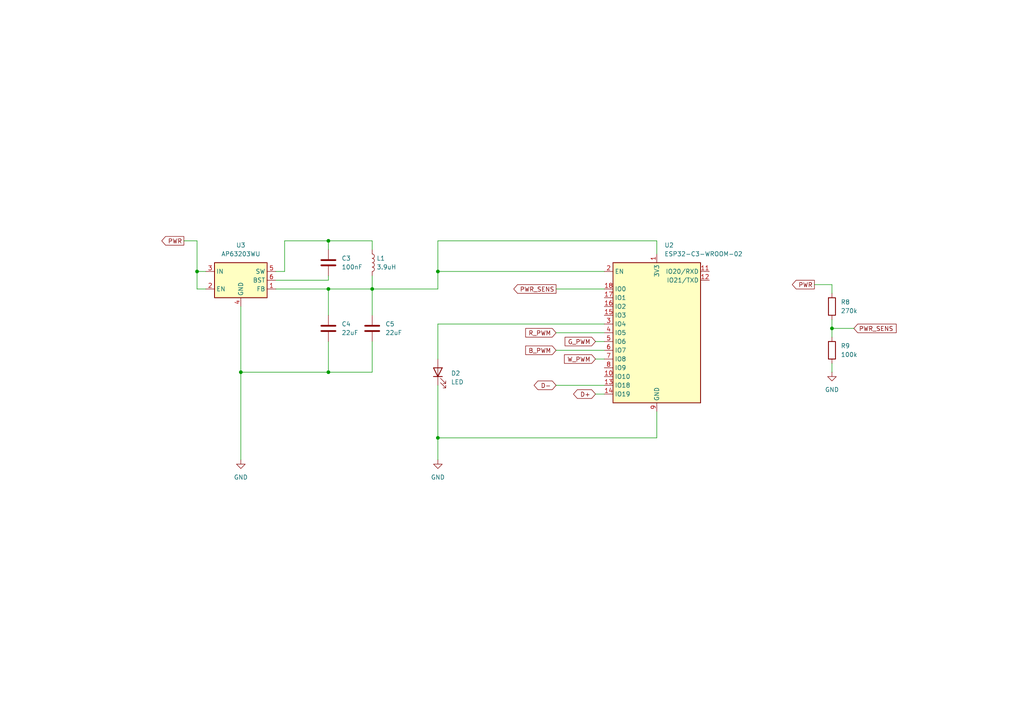
<source format=kicad_sch>
(kicad_sch (version 20231120) (generator "eeschema") (generator_version "8.0")
  (paper "A4")
  (lib_symbols
    (symbol "Device:C" (pin_numbers hide) (pin_names (offset 0.254))
      (property "Reference" "C" (at 0.635 2.54 0))
      (property "Value" "C" (at 0.635 -2.54 0))
      (symbol "C_0_1"
        (polyline (pts (xy -2.032 -0.762) (xy 2.032 -0.762)) (stroke (width 0.508)))
        (polyline (pts (xy -2.032 0.762) (xy 2.032 0.762)) (stroke (width 0.508)))
      )
      (symbol "C_1_1"
        (pin passive line (at 0 3.81 270) (length 2.794) (name "~") (number "1"))
        (pin passive line (at 0 -3.81 90) (length 2.794) (name "~") (number "2"))
      )
    )
    (symbol "Device:L" (pin_numbers hide) (pin_names (offset 1.016) hide)
      (property "Reference" "L" (at -1.27 0 90))
      (property "Value" "L" (at 1.905 0 90))
      (symbol "L_0_1"
        (arc (start 0 -2.54) (mid 0.6323 -1.905) (end 0 -1.27))
        (arc (start 0 -1.27) (mid 0.6323 -0.635) (end 0 0))
        (arc (start 0 0) (mid 0.6323 0.635) (end 0 1.27))
        (arc (start 0 1.27) (mid 0.6323 1.905) (end 0 2.54))
      )
      (symbol "L_1_1"
        (pin passive line (at 0 3.81 270) (length 1.27) (name "1") (number "1"))
        (pin passive line (at 0 -3.81 90) (length 1.27) (name "2") (number "2"))
      )
    )
    (symbol "Device:LED" (pin_numbers hide) (pin_names (offset 1.016) hide)
      (property "Reference" "D" (at 0 2.54 0))
      (property "Value" "LED" (at 0 -2.54 0))
      (symbol "LED_0_1"
        (polyline (pts (xy -1.27 -1.27) (xy -1.27 1.27)) (stroke (width 0.254)))
        (polyline (pts (xy -1.27 0) (xy 1.27 0)))
        (polyline (pts (xy 1.27 -1.27) (xy 1.27 1.27) (xy -1.27 0) (xy 1.27 -1.27)) (stroke (width 0.254)))
        (polyline (pts (xy -3.048 -0.762) (xy -4.572 -2.286) (xy -3.81 -2.286) (xy -4.572 -2.286) (xy -4.572 -1.524)))
        (polyline (pts (xy -1.778 -0.762) (xy -3.302 -2.286) (xy -2.54 -2.286) (xy -3.302 -2.286) (xy -3.302 -1.524)))
      )
      (symbol "LED_1_1"
        (pin passive line (at -3.81 0 0) (length 2.54) (name "K") (number "1"))
        (pin passive line (at 3.81 0 180) (length 2.54) (name "A") (number "2"))
      )
    )
    (symbol "Device:R" (pin_numbers hide) (pin_names (offset 0))
      (property "Reference" "R" (at 2.032 0 90))
      (property "Value" "R" (at 0 0 90))
      (symbol "R_0_1"
        (rectangle (start -1.016 -2.54) (end 1.016 2.54) (stroke (width 0.254)))
      )
      (symbol "R_1_1"
        (pin passive line (at 0 3.81 270) (length 1.27) (name "~") (number "1"))
        (pin passive line (at 0 -3.81 90) (length 1.27) (name "~") (number "2"))
      )
    )
    (symbol "RF_Module:ESP32-C3-WROOM-02"
      (property "Reference" "U" (at -12.192 21.336 0))
      (property "Value" "ESP32-C3-WROOM-02" (at 12.192 21.336 0))
      (symbol "ESP32-C3-WROOM-02_1_1"
        (rectangle (start -12.7 20.32) (end 12.7 -20.32) (stroke (width 0.254)) (fill (type background)))
        (pin power_in line (at 0 22.86 270) (length 2.54) (name "3V3") (number "1"))
        (pin bidirectional line (at -15.24 -12.7 0) (length 2.54) (name "IO10") (number "10"))
        (pin bidirectional line (at 15.24 17.78 180) (length 2.54) (name "IO20/RXD") (number "11"))
        (pin bidirectional line (at 15.24 15.24 180) (length 2.54) (name "IO21/TXD") (number "12"))
        (pin bidirectional line (at -15.24 -15.24 0) (length 2.54) (name "IO18") (number "13"))
        (pin bidirectional line (at -15.24 -17.78 0) (length 2.54) (name "IO19") (number "14"))
        (pin bidirectional line (at -15.24 5.08 0) (length 2.54) (name "IO3") (number "15"))
        (pin bidirectional line (at -15.24 7.62 0) (length 2.54) (name "IO2") (number "16"))
        (pin bidirectional line (at -15.24 10.16 0) (length 2.54) (name "IO1") (number "17"))
        (pin bidirectional line (at -15.24 12.7 0) (length 2.54) (name "IO0") (number "18"))
        (pin passive line (at 0 -22.86 90) (length 2.54) hide (name "GND") (number "19"))
        (pin input line (at -15.24 17.78 0) (length 2.54) (name "EN") (number "2"))
        (pin bidirectional line (at -15.24 2.54 0) (length 2.54) (name "IO4") (number "3"))
        (pin bidirectional line (at -15.24 0 0) (length 2.54) (name "IO5") (number "4"))
        (pin bidirectional line (at -15.24 -2.54 0) (length 2.54) (name "IO6") (number "5"))
        (pin bidirectional line (at -15.24 -5.08 0) (length 2.54) (name "IO7") (number "6"))
        (pin bidirectional line (at -15.24 -7.62 0) (length 2.54) (name "IO8") (number "7"))
        (pin bidirectional line (at -15.24 -10.16 0) (length 2.54) (name "IO9") (number "8"))
        (pin power_in line (at 0 -22.86 90) (length 2.54) (name "GND") (number "9"))
      )
    )
    (symbol "Regulator_Switching:AP63203WU"
      (property "Reference" "U" (at -7.62 6.35 0))
      (property "Value" "AP63203WU" (at 2.54 6.35 0))
      (symbol "AP63203WU_0_1"
        (rectangle (start -7.62 5.08) (end 7.62 -5.08) (stroke (width 0.254)) (fill (type background)))
      )
      (symbol "AP63203WU_1_1"
        (pin input line (at 10.16 -2.54 180) (length 2.54) (name "FB") (number "1"))
        (pin input line (at -10.16 -2.54 0) (length 2.54) (name "EN") (number "2"))
        (pin power_in line (at -10.16 2.54 0) (length 2.54) (name "IN") (number "3"))
        (pin power_in line (at 0 -7.62 90) (length 2.54) (name "GND") (number "4"))
        (pin output line (at 10.16 2.54 180) (length 2.54) (name "SW") (number "5"))
        (pin passive line (at 10.16 0 180) (length 2.54) (name "BST") (number "6"))
      )
    )
    (symbol "power:GND" (power) (pin_numbers hide) (pin_names (offset 0) hide)
      (property "Value" "GND" (at 0 -3.81 0))
      (symbol "GND_0_1"
        (polyline (pts (xy 0 0) (xy 0 -1.27) (xy 1.27 -1.27) (xy 0 -2.54) (xy -1.27 -1.27) (xy 0 -1.27)))
      )
      (symbol "GND_1_1"
        (pin power_in line (at 0 0 270) (length 0) (name "~") (number "1"))
      )
    )
  )
  (junction (at 95.25 107.95))
  (junction (at 127 78.74))
  (junction (at 107.95 83.82))
  (junction (at 95.25 69.85))
  (junction (at 95.25 83.82))
  (junction (at 127 127))
  (junction (at 241.3 95.25))
  (junction (at 69.85 107.95))
  (junction (at 57.15 78.74))
  (wire (pts (xy 59.69 78.74) (xy 57.15 78.74)))
  (wire (pts (xy 69.85 88.9) (xy 69.85 107.95)))
  (wire (pts (xy 95.25 81.28) (xy 95.25 80.01)))
  (wire (pts (xy 95.25 83.82) (xy 95.25 91.44)))
  (wire (pts (xy 175.26 93.98) (xy 127 93.98)))
  (wire (pts (xy 127 127) (xy 190.5 127)))
  (wire (pts (xy 107.95 99.06) (xy 107.95 107.95)))
  (wire (pts (xy 95.25 107.95) (xy 69.85 107.95)))
  (wire (pts (xy 53.34 69.85) (xy 57.15 69.85)))
  (wire (pts (xy 95.25 83.82) (xy 107.95 83.82)))
  (wire (pts (xy 107.95 69.85) (xy 107.95 72.39)))
  (wire (pts (xy 127 78.74) (xy 175.26 78.74)))
  (wire (pts (xy 161.29 96.52) (xy 175.26 96.52)))
  (wire (pts (xy 127 78.74) (xy 127 83.82)))
  (wire (pts (xy 57.15 83.82) (xy 57.15 78.74)))
  (wire (pts (xy 241.3 95.25) (xy 241.3 97.79)))
  (wire (pts (xy 190.5 73.66) (xy 190.5 69.85)))
  (wire (pts (xy 82.55 78.74) (xy 80.01 78.74)))
  (wire (pts (xy 127 83.82) (xy 107.95 83.82)))
  (wire (pts (xy 57.15 78.74) (xy 57.15 69.85)))
  (wire (pts (xy 69.85 107.95) (xy 69.85 133.35)))
  (wire (pts (xy 107.95 83.82) (xy 107.95 91.44)))
  (wire (pts (xy 95.25 69.85) (xy 95.25 72.39)))
  (wire (pts (xy 161.29 101.6) (xy 175.26 101.6)))
  (wire (pts (xy 127 127) (xy 127 133.35)))
  (wire (pts (xy 82.55 69.85) (xy 95.25 69.85)))
  (wire (pts (xy 107.95 107.95) (xy 95.25 107.95)))
  (wire (pts (xy 172.72 104.14) (xy 175.26 104.14)))
  (wire (pts (xy 127 69.85) (xy 127 78.74)))
  (wire (pts (xy 190.5 69.85) (xy 127 69.85)))
  (wire (pts (xy 80.01 81.28) (xy 95.25 81.28)))
  (wire (pts (xy 59.69 83.82) (xy 57.15 83.82)))
  (wire (pts (xy 107.95 80.01) (xy 107.95 83.82)))
  (wire (pts (xy 241.3 95.25) (xy 247.65 95.25)))
  (wire (pts (xy 241.3 105.41) (xy 241.3 107.95)))
  (wire (pts (xy 161.29 83.82) (xy 175.26 83.82)))
  (wire (pts (xy 161.29 111.76) (xy 175.26 111.76)))
  (wire (pts (xy 127 111.76) (xy 127 127)))
  (wire (pts (xy 80.01 83.82) (xy 95.25 83.82)))
  (wire (pts (xy 190.5 119.38) (xy 190.5 127)))
  (wire (pts (xy 241.3 92.71) (xy 241.3 95.25)))
  (wire (pts (xy 241.3 82.55) (xy 241.3 85.09)))
  (wire (pts (xy 95.25 99.06) (xy 95.25 107.95)))
  (wire (pts (xy 172.72 99.06) (xy 175.26 99.06)))
  (wire (pts (xy 172.72 114.3) (xy 175.26 114.3)))
  (wire (pts (xy 127 93.98) (xy 127 104.14)))
  (wire (pts (xy 236.22 82.55) (xy 241.3 82.55)))
  (wire (pts (xy 95.25 69.85) (xy 107.95 69.85)))
  (wire (pts (xy 82.55 69.85) (xy 82.55 78.74)))
  (global_label "W_PWM" (shape input) (at 172.72 104.14 180) (property "Intersheetrefs" "${INTERSHEET_REFS}" (effects (hide yes))))
  (global_label "D-" (shape bidirectional) (at 161.29 111.76 180) (property "Intersheetrefs" "${INTERSHEET_REFS}" (effects (hide yes))))
  (global_label "R_PWM" (shape input) (at 161.29 96.52 180) (property "Intersheetrefs" "${INTERSHEET_REFS}" (effects (hide yes))))
  (global_label "PWR" (shape output) (at 53.34 69.85 180) (property "Intersheetrefs" "${INTERSHEET_REFS}" (effects (hide yes))))
  (global_label "G_PWM" (shape input) (at 172.72 99.06 180) (property "Intersheetrefs" "${INTERSHEET_REFS}" (effects (hide yes))))
  (global_label "PWR_SENS" (shape output) (at 161.29 83.82 180) (property "Intersheetrefs" "${INTERSHEET_REFS}" (effects (hide yes))))
  (global_label "B_PWM" (shape input) (at 161.29 101.6 180) (property "Intersheetrefs" "${INTERSHEET_REFS}" (effects (hide yes))))
  (global_label "PWR_SENS" (shape input) (at 247.65 95.25 0) (property "Intersheetrefs" "${INTERSHEET_REFS}" (effects (hide yes))))
  (global_label "D+" (shape bidirectional) (at 172.72 114.3 180) (property "Intersheetrefs" "${INTERSHEET_REFS}" (effects (hide yes))))
  (global_label "PWR" (shape output) (at 236.22 82.55 180) (property "Intersheetrefs" "${INTERSHEET_REFS}" (effects (hide yes))))
  (symbol (lib_id "Device:C") (at 95.25 76.2 0) (unit 1)
    (property "Reference" "C3" (at 99.06 74.9299 0) (effects (justify left)))
    (property "Value" "100nF" (at 99.06 77.4699 0) (effects (justify left)))
    (property "Description" "Unpolarized capacitor" (effects (hide yes)))
  )
  (symbol (lib_id "power:GND") (at 241.3 107.95 0) (unit 1)
    (property "Reference" "#PWR06" (effects (hide yes)))
    (property "Value" "GND" (at 241.3 113.03 0))
    (property "Description" "Power symbol creates a global label with name \"GND\" , ground" (effects (hide yes)))
  )
  (symbol (lib_id "Device:R") (at 241.3 101.6 0) (unit 1)
    (property "Reference" "R9" (at 243.84 100.3299 0) (effects (justify left)))
    (property "Value" "100k" (at 243.84 102.8699 0) (effects (justify left)))
    (property "Footprint" "Resistor_SMD:R_0402_1005Metric" (effects (hide yes)))
    (property "Description" "Resistor" (effects (hide yes)))
    (property "MPN" "CRCW0402100KFKED " (effects (hide yes)))
  )
  (symbol (lib_id "RF_Module:ESP32-C3-WROOM-02") (at 190.5 96.52 0) (unit 1)
    (property "Reference" "U2" (at 192.6941 71.12 0) (effects (justify left)))
    (property "Value" "ESP32-C3-WROOM-02" (at 192.6941 73.66 0) (effects (justify left)))
    (property "Footprint" "RF_Module:ESP32-C3-WROOM-02" (effects (hide yes)))
    (property "Datasheet" "https://www.espressif.com/sites/default/files/documentation/esp32-c3-wroom-02_datasheet_en.pdf" (effects (hide yes)))
    (property "Description" "802.11 b/g/n Wi­Fi and Bluetooth 5 module, ESP32­C3 SoC, RISC­V microprocessor, On-board antenna" (effects (hide yes)))
  )
  (symbol (lib_id "Regulator_Switching:AP63203WU") (at 69.85 81.28 0) (unit 1)
    (property "Reference" "U3" (at 69.85 71.12 0))
    (property "Value" "AP63203WU" (at 69.85 73.66 0))
    (property "Footprint" "Package_TO_SOT_SMD:TSOT-23-6" (effects (hide yes)))
    (property "Datasheet" "https://www.diodes.com/assets/Datasheets/AP63200-AP63201-AP63203-AP63205.pdf" (effects (hide yes)))
    (property "Description" "2A, 1.1MHz Buck DC/DC Converter, fixed 3.3V output voltage, TSOT-23-6" (effects (hide yes)))
    (property "MPN" "AP63203WU-7 " (effects (hide yes)))
  )
  (symbol (lib_id "Device:LED") (at 127 107.95 90) (unit 1)
    (property "Reference" "D2" (at 130.81 108.2674 90) (effects (justify right)))
    (property "Value" "LED" (at 130.81 110.8074 90) (effects (justify right)))
    (property "Description" "Light emitting diode" (effects (hide yes)))
  )
  (symbol (lib_id "Device:L") (at 107.95 76.2 0) (unit 1)
    (property "Reference" "L1" (at 109.22 74.9299 0) (effects (justify left)))
    (property "Value" "3.9uH" (at 109.22 77.4699 0) (effects (justify left)))
    (property "Description" "Inductor" (effects (hide yes)))
  )
  (symbol (lib_id "Device:C") (at 95.25 95.25 0) (unit 1)
    (property "Reference" "C4" (at 99.06 93.9799 0) (effects (justify left)))
    (property "Value" "22uF" (at 99.06 96.5199 0) (effects (justify left)))
    (property "Description" "Unpolarized capacitor" (effects (hide yes)))
  )
  (symbol (lib_id "Device:R") (at 241.3 88.9 0) (unit 1)
    (property "Reference" "R8" (at 243.84 87.6299 0) (effects (justify left)))
    (property "Value" "270k" (at 243.84 90.1699 0) (effects (justify left)))
    (property "Footprint" "Resistor_SMD:R_0402_1005Metric" (effects (hide yes)))
    (property "Description" "Resistor" (effects (hide yes)))
    (property "MPN" "CRCW0402270KFKED " (effects (hide yes)))
  )
  (symbol (lib_id "power:GND") (at 69.85 133.35 0) (unit 1)
    (property "Reference" "#PWR01" (effects (hide yes)))
    (property "Value" "GND" (at 69.85 138.43 0))
    (property "Description" "Power symbol creates a global label with name \"GND\" , ground" (effects (hide yes)))
  )
  (symbol (lib_id "Device:C") (at 107.95 95.25 0) (unit 1)
    (property "Reference" "C5" (at 111.76 93.9799 0) (effects (justify left)))
    (property "Value" "22uF" (at 111.76 96.5199 0) (effects (justify left)))
    (property "Description" "Unpolarized capacitor" (effects (hide yes)))
  )
  (symbol (lib_id "power:GND") (at 127 133.35 0) (unit 1)
    (property "Reference" "#PWR02" (effects (hide yes)))
    (property "Value" "GND" (at 127 138.43 0))
    (property "Description" "Power symbol creates a global label with name \"GND\" , ground" (effects (hide yes)))
  )
)
</source>
